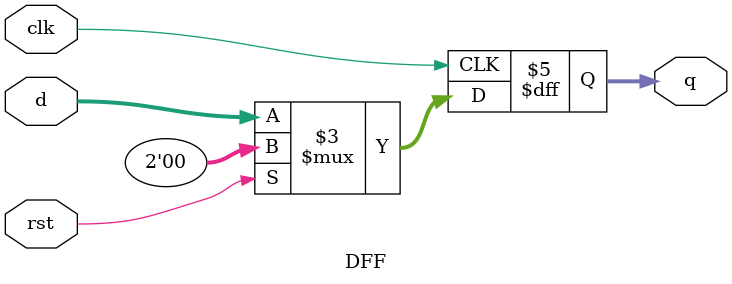
<source format=v>
`timescale 1ns / 1ps


module DFF #(parameter x = 2)(input clk, input rst, input [x-1:0]d, output reg [x-1:0]q);
always @(posedge clk) begin
    if(rst) q<= 0;
    else q <= d;
end
endmodule

</source>
